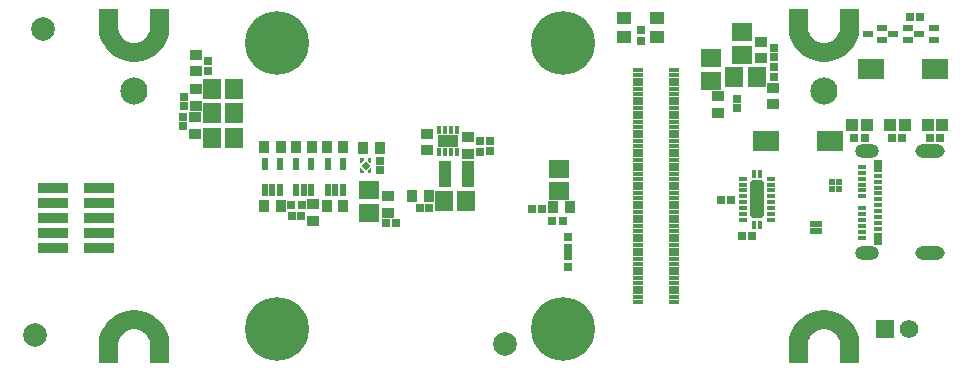
<source format=gbs>
G04*
G04 #@! TF.GenerationSoftware,Altium Limited,Altium Designer,21.2.2 (38)*
G04*
G04 Layer_Color=16711935*
%FSLAX44Y44*%
%MOMM*%
G71*
G04*
G04 #@! TF.SameCoordinates,AE48C8AA-F38C-48B7-832D-B57493388113*
G04*
G04*
G04 #@! TF.FilePolarity,Negative*
G04*
G01*
G75*
%ADD36R,0.6532X0.7532*%
%ADD40R,0.7232X0.7232*%
%ADD41R,1.1032X0.9032*%
%ADD44R,0.9032X1.1032*%
%ADD45R,0.7232X0.7232*%
%ADD47C,2.0000*%
%ADD48R,0.7532X0.6532*%
%ADD52R,2.6032X0.9632*%
%ADD54R,1.5712X1.5712*%
%ADD55C,1.5712*%
%ADD56O,2.0000X1.2000*%
%ADD57O,2.5000X1.2000*%
%ADD58C,2.3032*%
%ADD59C,0.6080*%
%ADD60C,0.6096*%
%ADD97R,0.1500X0.1500*%
%ADD99R,0.1500X0.1500*%
%ADD108R,0.4200X0.6400*%
%ADD109R,1.7400X1.0400*%
%ADD110R,1.0032X2.2032*%
%ADD111R,1.5032X1.7032*%
%ADD112R,1.7032X1.5032*%
%ADD113R,2.2032X1.7032*%
%ADD114R,0.5632X0.5232*%
%ADD115R,1.0032X1.0032*%
%ADD116R,0.9032X0.3832*%
%ADD117R,0.8000X0.4000*%
%ADD118R,0.8000X1.1000*%
%ADD119R,0.9132X0.5032*%
%ADD120R,1.2032X1.1032*%
%ADD121P,0.8202X4X270.0*%
%ADD122R,0.5000X1.0000*%
G04:AMPARAMS|DCode=123|XSize=0.39mm|YSize=0.74mm|CornerRadius=0.095mm|HoleSize=0mm|Usage=FLASHONLY|Rotation=270.000|XOffset=0mm|YOffset=0mm|HoleType=Round|Shape=RoundedRectangle|*
%AMROUNDEDRECTD123*
21,1,0.3900,0.5500,0,0,270.0*
21,1,0.2000,0.7400,0,0,270.0*
1,1,0.1900,-0.2750,-0.1000*
1,1,0.1900,-0.2750,0.1000*
1,1,0.1900,0.2750,0.1000*
1,1,0.1900,0.2750,-0.1000*
%
%ADD123ROUNDEDRECTD123*%
G04:AMPARAMS|DCode=124|XSize=0.39mm|YSize=0.74mm|CornerRadius=0.095mm|HoleSize=0mm|Usage=FLASHONLY|Rotation=0.000|XOffset=0mm|YOffset=0mm|HoleType=Round|Shape=RoundedRectangle|*
%AMROUNDEDRECTD124*
21,1,0.3900,0.5500,0,0,0.0*
21,1,0.2000,0.7400,0,0,0.0*
1,1,0.1900,0.1000,-0.2750*
1,1,0.1900,-0.1000,-0.2750*
1,1,0.1900,-0.1000,0.2750*
1,1,0.1900,0.1000,0.2750*
%
%ADD124ROUNDEDRECTD124*%
G04:AMPARAMS|DCode=125|XSize=1.14mm|YSize=3.14mm|CornerRadius=0.12mm|HoleSize=0mm|Usage=FLASHONLY|Rotation=0.000|XOffset=0mm|YOffset=0mm|HoleType=Round|Shape=RoundedRectangle|*
%AMROUNDEDRECTD125*
21,1,1.1400,2.9000,0,0,0.0*
21,1,0.9000,3.1400,0,0,0.0*
1,1,0.2400,0.4500,-1.4500*
1,1,0.2400,-0.4500,-1.4500*
1,1,0.2400,-0.4500,1.4500*
1,1,0.2400,0.4500,1.4500*
%
%ADD125ROUNDEDRECTD125*%
%ADD126C,5.4000*%
G36*
X-262080Y44915D02*
Y42950D01*
X-262593Y39055D01*
X-263610Y35260D01*
X-265114Y31630D01*
X-267078Y28227D01*
X-269470Y25110D01*
X-272248Y22332D01*
X-275365Y19940D01*
X-278768Y17976D01*
X-282397Y16472D01*
X-286193Y15455D01*
X-290088Y14943D01*
X-294073D01*
X-297968Y15455D01*
X-301763Y16472D01*
X-305393Y17976D01*
X-308796Y19940D01*
X-311913Y22332D01*
X-314691Y25110D01*
X-317083Y28227D01*
X-319047Y31630D01*
X-320551Y35260D01*
X-321567Y39055D01*
X-322080Y42950D01*
Y44915D01*
Y59943D01*
X-305830D01*
Y44943D01*
X-305764Y43595D01*
X-305238Y40951D01*
X-304207Y38461D01*
X-302709Y36220D01*
X-300803Y34314D01*
X-298562Y32816D01*
X-296072Y31785D01*
X-293428Y31259D01*
X-292080Y31193D01*
X-292080D01*
X-290733Y31259D01*
X-288089Y31785D01*
X-285599Y32816D01*
X-283357Y34314D01*
X-281451Y36220D01*
X-279954Y38461D01*
X-278922Y40951D01*
X-278397Y43595D01*
X-278330Y44943D01*
Y59943D01*
X-262080D01*
Y44915D01*
D02*
G37*
G36*
X322080Y44904D02*
Y42940D01*
X321567Y39044D01*
X320551Y35249D01*
X319047Y31619D01*
X317083Y28217D01*
X314691Y25100D01*
X311913Y22322D01*
X308796Y19930D01*
X305393Y17965D01*
X301763Y16462D01*
X297968Y15445D01*
X294073Y14932D01*
X290088D01*
X286192Y15445D01*
X282397Y16462D01*
X278768Y17965D01*
X275365Y19930D01*
X272248Y22322D01*
X269470Y25100D01*
X267078Y28217D01*
X265114Y31619D01*
X263610Y35249D01*
X262593Y39044D01*
X262080Y42940D01*
Y44904D01*
Y59932D01*
X278330D01*
Y44932D01*
X278396Y43584D01*
X278922Y40941D01*
X279954Y38451D01*
X281451Y36209D01*
X283357Y34303D01*
X285599Y32806D01*
X288089Y31774D01*
X290733Y31248D01*
X292080Y31182D01*
X292080D01*
X293428Y31248D01*
X296072Y31774D01*
X298562Y32806D01*
X300803Y34303D01*
X302709Y36209D01*
X304207Y38451D01*
X305238Y40941D01*
X305764Y43584D01*
X305830Y44932D01*
Y59932D01*
X322080D01*
Y44904D01*
D02*
G37*
G36*
X-91649Y-66219D02*
X-91555Y-66247D01*
X-91468Y-66294D01*
X-91392Y-66356D01*
X-91329Y-66432D01*
X-91283Y-66519D01*
X-91254Y-66613D01*
X-91245Y-66712D01*
Y-70311D01*
X-91254Y-70410D01*
X-91283Y-70504D01*
X-91329Y-70591D01*
X-91392Y-70667D01*
X-91468Y-70729D01*
X-91555Y-70776D01*
X-91649Y-70804D01*
X-91747Y-70814D01*
X-92047D01*
X-92047Y-70814D01*
X-92136Y-70805D01*
X-92145Y-70804D01*
X-92239Y-70776D01*
X-92326Y-70729D01*
X-92368Y-70695D01*
X-92402Y-70667D01*
X-92403Y-70667D01*
X-94202Y-68867D01*
X-94265Y-68791D01*
X-94311Y-68704D01*
X-94318Y-68682D01*
X-94340Y-68610D01*
X-94345Y-68561D01*
X-94350Y-68512D01*
X-94350Y-68511D01*
Y-66712D01*
X-94340Y-66613D01*
X-94311Y-66519D01*
X-94265Y-66432D01*
X-94202Y-66356D01*
X-94126Y-66294D01*
X-94039Y-66247D01*
X-93945Y-66219D01*
X-93847Y-66209D01*
X-91747D01*
X-91649Y-66219D01*
D02*
G37*
G36*
X-98149D02*
X-98055Y-66247D01*
X-97968Y-66294D01*
X-97892Y-66356D01*
X-97830Y-66432D01*
X-97783Y-66519D01*
X-97754Y-66613D01*
X-97745Y-66712D01*
Y-68511D01*
X-97745Y-68512D01*
X-97750Y-68561D01*
X-97754Y-68610D01*
X-97776Y-68682D01*
X-97783Y-68704D01*
X-97829Y-68791D01*
X-97892Y-68867D01*
X-99692Y-70667D01*
X-99692Y-70667D01*
X-99726Y-70695D01*
X-99768Y-70729D01*
X-99855Y-70776D01*
X-99949Y-70804D01*
X-99958Y-70805D01*
X-100047Y-70814D01*
X-100048Y-70814D01*
X-100347D01*
X-100445Y-70804D01*
X-100539Y-70776D01*
X-100626Y-70729D01*
X-100702Y-70667D01*
X-100765Y-70591D01*
X-100811Y-70504D01*
X-100840Y-70410D01*
X-100850Y-70311D01*
Y-66712D01*
X-100840Y-66613D01*
X-100811Y-66519D01*
X-100765Y-66432D01*
X-100702Y-66356D01*
X-100626Y-66294D01*
X-100539Y-66247D01*
X-100445Y-66219D01*
X-100347Y-66209D01*
X-98247D01*
X-98149Y-66219D01*
D02*
G37*
G36*
X-91649Y-74819D02*
X-91555Y-74847D01*
X-91468Y-74894D01*
X-91392Y-74956D01*
X-91329Y-75032D01*
X-91283Y-75119D01*
X-91254Y-75213D01*
X-91245Y-75311D01*
Y-78911D01*
X-91254Y-79009D01*
X-91283Y-79104D01*
X-91329Y-79191D01*
X-91392Y-79267D01*
X-91468Y-79329D01*
X-91555Y-79376D01*
X-91649Y-79404D01*
X-91747Y-79414D01*
X-93847D01*
X-93945Y-79404D01*
X-94039Y-79376D01*
X-94126Y-79329D01*
X-94202Y-79267D01*
X-94265Y-79191D01*
X-94311Y-79104D01*
X-94340Y-79009D01*
X-94350Y-78911D01*
Y-77112D01*
X-94350Y-77112D01*
X-94345Y-77063D01*
X-94340Y-77014D01*
X-94318Y-76941D01*
X-94311Y-76919D01*
X-94265Y-76832D01*
X-94234Y-76794D01*
X-94202Y-76756D01*
X-94202Y-76756D01*
X-92402Y-74956D01*
X-92402Y-74956D01*
X-92326Y-74894D01*
X-92239Y-74847D01*
X-92218Y-74841D01*
X-92145Y-74819D01*
X-92047Y-74809D01*
X-91747D01*
X-91649Y-74819D01*
D02*
G37*
G36*
X-99949D02*
X-99877Y-74841D01*
X-99855Y-74847D01*
X-99768Y-74894D01*
X-99692Y-74956D01*
X-99692Y-74956D01*
X-97892Y-76756D01*
X-97892Y-76756D01*
X-97861Y-76794D01*
X-97829Y-76832D01*
X-97783Y-76919D01*
X-97776Y-76941D01*
X-97754Y-77014D01*
X-97750Y-77063D01*
X-97745Y-77112D01*
X-97745Y-77112D01*
Y-78911D01*
X-97754Y-79009D01*
X-97783Y-79104D01*
X-97829Y-79191D01*
X-97892Y-79267D01*
X-97968Y-79329D01*
X-98055Y-79376D01*
X-98149Y-79404D01*
X-98247Y-79414D01*
X-100347D01*
X-100445Y-79404D01*
X-100539Y-79376D01*
X-100626Y-79329D01*
X-100702Y-79267D01*
X-100765Y-79191D01*
X-100811Y-79104D01*
X-100840Y-79009D01*
X-100850Y-78911D01*
Y-75311D01*
X-100840Y-75213D01*
X-100811Y-75119D01*
X-100765Y-75032D01*
X-100702Y-74956D01*
X-100626Y-74894D01*
X-100539Y-74847D01*
X-100445Y-74819D01*
X-100347Y-74809D01*
X-100047D01*
X-99949Y-74819D01*
D02*
G37*
G36*
X-286193Y-195478D02*
X-282397Y-196495D01*
X-278768Y-197998D01*
X-275365Y-199963D01*
X-272248Y-202355D01*
X-269470Y-205133D01*
X-267078Y-208250D01*
X-265114Y-211653D01*
X-263610Y-215282D01*
X-262593Y-219077D01*
X-262080Y-222973D01*
Y-224937D01*
Y-239965D01*
X-278330D01*
Y-224965D01*
X-278397Y-223617D01*
X-278922Y-220974D01*
X-279954Y-218484D01*
X-281451Y-216242D01*
X-283357Y-214336D01*
X-285599Y-212839D01*
X-288089Y-211807D01*
X-290733Y-211281D01*
X-292080Y-211215D01*
X-292080D01*
X-293428Y-211281D01*
X-296072Y-211807D01*
X-298562Y-212839D01*
X-300803Y-214336D01*
X-302709Y-216242D01*
X-304207Y-218484D01*
X-305238Y-220974D01*
X-305764Y-223617D01*
X-305830Y-224965D01*
Y-239965D01*
X-322080D01*
Y-224937D01*
Y-222973D01*
X-321567Y-219077D01*
X-320551Y-215282D01*
X-319047Y-211653D01*
X-317083Y-208250D01*
X-314691Y-205133D01*
X-311913Y-202355D01*
X-308796Y-199963D01*
X-305393Y-197998D01*
X-301763Y-196495D01*
X-297968Y-195478D01*
X-294073Y-194965D01*
X-290088D01*
X-286193Y-195478D01*
D02*
G37*
G36*
X297968Y-195501D02*
X301763Y-196518D01*
X305393Y-198021D01*
X308796Y-199986D01*
X311913Y-202377D01*
X314691Y-205156D01*
X317083Y-208273D01*
X319047Y-211675D01*
X320551Y-215305D01*
X321567Y-219100D01*
X322080Y-222995D01*
Y-224960D01*
Y-239988D01*
X305830D01*
Y-224988D01*
X305764Y-223640D01*
X305238Y-220997D01*
X304207Y-218506D01*
X302709Y-216265D01*
X300803Y-214359D01*
X298562Y-212862D01*
X296072Y-211830D01*
X293428Y-211304D01*
X292080Y-211238D01*
X292080D01*
X290733Y-211304D01*
X288089Y-211830D01*
X285599Y-212862D01*
X283357Y-214359D01*
X281451Y-216265D01*
X279954Y-218506D01*
X278922Y-220997D01*
X278396Y-223640D01*
X278330Y-224988D01*
Y-239988D01*
X262080D01*
Y-224960D01*
Y-222995D01*
X262593Y-219100D01*
X263610Y-215305D01*
X265114Y-211675D01*
X267078Y-208273D01*
X269470Y-205156D01*
X272248Y-202377D01*
X275365Y-199986D01*
X278768Y-198021D01*
X282397Y-196518D01*
X286192Y-195501D01*
X290088Y-194988D01*
X294073D01*
X297968Y-195501D01*
D02*
G37*
D36*
X62041Y-119299D02*
D03*
X71041D02*
D03*
X-150243Y-106236D02*
D03*
X-159242D02*
D03*
X231500Y-132000D02*
D03*
X222500D02*
D03*
X364500Y53000D02*
D03*
X373500D02*
D03*
X381500Y-49000D02*
D03*
X390500D02*
D03*
X349500D02*
D03*
X358500D02*
D03*
X317500D02*
D03*
X326500D02*
D03*
D40*
X-42035Y-108796D02*
D03*
X-50035D02*
D03*
X53166Y-109082D02*
D03*
X45166D02*
D03*
X-150743Y-115055D02*
D03*
X-158743D02*
D03*
X-78477Y-121597D02*
D03*
X-70477D02*
D03*
X205000Y-102000D02*
D03*
X213000D02*
D03*
D41*
X-44101Y-45923D02*
D03*
Y-59923D02*
D03*
X-9084Y-48621D02*
D03*
Y-62621D02*
D03*
X-77428Y-112500D02*
D03*
Y-98500D02*
D03*
X248547Y-6636D02*
D03*
Y-20635D02*
D03*
X239000Y18000D02*
D03*
Y32000D02*
D03*
X202000Y-14000D02*
D03*
Y-28000D02*
D03*
X-140516Y-105226D02*
D03*
Y-119226D02*
D03*
X-239984Y-22162D02*
D03*
Y-8162D02*
D03*
X-240114Y-31896D02*
D03*
Y-45896D02*
D03*
X-240022Y7048D02*
D03*
Y21048D02*
D03*
D44*
X-56625Y-98410D02*
D03*
X-42625D02*
D03*
X76664Y-108202D02*
D03*
X62664D02*
D03*
X-98139Y-57833D02*
D03*
X-84139D02*
D03*
X-168000Y-57000D02*
D03*
X-182000D02*
D03*
X-168000Y-107000D02*
D03*
X-182000D02*
D03*
X-114792Y-57197D02*
D03*
X-128792D02*
D03*
X-114792Y-107197D02*
D03*
X-128792D02*
D03*
X-141390Y-57098D02*
D03*
X-155390D02*
D03*
D45*
X250076Y10401D02*
D03*
Y2401D02*
D03*
X250000Y27000D02*
D03*
Y19000D02*
D03*
X218000Y-16000D02*
D03*
Y-24000D02*
D03*
X-84047Y-68811D02*
D03*
Y-76812D02*
D03*
X-250192Y-14459D02*
D03*
Y-22459D02*
D03*
X-250294Y-39233D02*
D03*
Y-31233D02*
D03*
X-229660Y15561D02*
D03*
Y7561D02*
D03*
D47*
X-369000Y43000D02*
D03*
X22000Y-224000D02*
D03*
X-376000Y-216000D02*
D03*
D48*
X916Y-51871D02*
D03*
Y-60871D02*
D03*
X9672Y-60727D02*
D03*
Y-51727D02*
D03*
X75260Y-149559D02*
D03*
Y-158559D02*
D03*
Y-142398D02*
D03*
Y-133398D02*
D03*
X137000Y42000D02*
D03*
Y33000D02*
D03*
D52*
X-361000Y-142700D02*
D03*
X-322000D02*
D03*
X-361000D02*
D03*
Y-130000D02*
D03*
Y-117300D02*
D03*
Y-104600D02*
D03*
Y-91900D02*
D03*
X-322000Y-142700D02*
D03*
Y-130000D02*
D03*
Y-117300D02*
D03*
Y-104600D02*
D03*
Y-91900D02*
D03*
D54*
X344000Y-211127D02*
D03*
D55*
X364000D02*
D03*
D56*
X328523Y-60590D02*
D03*
Y-146990D02*
D03*
D57*
X382123Y-60590D02*
D03*
Y-146990D02*
D03*
D58*
X292000Y-10000D02*
D03*
X-292000D02*
D03*
D59*
X50250Y-211000D02*
D03*
X91750D02*
D03*
X71000Y-231750D02*
D03*
Y-190250D02*
D03*
X-191750Y-211000D02*
D03*
X-150250D02*
D03*
X-171000Y-231750D02*
D03*
Y-190250D02*
D03*
X-156328Y45672D02*
D03*
X-185672Y16328D02*
D03*
Y45672D02*
D03*
X-156328Y16328D02*
D03*
X85672Y45672D02*
D03*
X56328Y16328D02*
D03*
Y45672D02*
D03*
X85672Y16328D02*
D03*
D60*
X292000Y-202545D02*
D03*
X280750Y-205560D02*
D03*
X272514Y-213795D02*
D03*
X269500Y-225045D02*
D03*
X314500D02*
D03*
X311486Y-213795D02*
D03*
X303250Y-205560D02*
D03*
X-292000Y-202523D02*
D03*
X-280750Y-205537D02*
D03*
X-272514Y-213773D02*
D03*
X-269500Y-225023D02*
D03*
X-314500D02*
D03*
X-311486Y-213773D02*
D03*
X-303250Y-205537D02*
D03*
X292000Y22490D02*
D03*
X280750Y25504D02*
D03*
X272514Y33740D02*
D03*
X269500Y44990D02*
D03*
X314500D02*
D03*
X311486Y33740D02*
D03*
X303250Y25504D02*
D03*
X-303250Y25515D02*
D03*
X-311486Y33750D02*
D03*
X-314500Y45000D02*
D03*
X-269500D02*
D03*
X-272514Y33750D02*
D03*
X-280750Y25515D02*
D03*
X-292000Y22500D02*
D03*
D97*
X-92747Y-67712D02*
D03*
X-99347D02*
D03*
X-92747Y-77912D02*
D03*
D99*
X-99347D02*
D03*
D108*
X-18701Y-61423D02*
D03*
X-23701D02*
D03*
X-28701D02*
D03*
X-33701D02*
D03*
X-18701Y-42423D02*
D03*
X-23701D02*
D03*
X-28701D02*
D03*
X-33701D02*
D03*
D109*
X-26201Y-51923D02*
D03*
D110*
X-29084Y-79621D02*
D03*
X-9084D02*
D03*
D111*
X-29784Y-102698D02*
D03*
X-10784D02*
D03*
X216000Y2000D02*
D03*
X235000D02*
D03*
X-207379Y-7471D02*
D03*
X-226379D02*
D03*
X-207379Y-49207D02*
D03*
X-226379D02*
D03*
X-207379Y-28469D02*
D03*
X-226379D02*
D03*
D112*
X68000Y-94561D02*
D03*
Y-75561D02*
D03*
X-93000Y-93500D02*
D03*
Y-112500D02*
D03*
X196000Y18000D02*
D03*
Y-1000D02*
D03*
X223000Y40000D02*
D03*
Y21000D02*
D03*
D113*
X296724Y-52179D02*
D03*
X242724D02*
D03*
X386000Y9000D02*
D03*
X332000D02*
D03*
D114*
X298977Y-86566D02*
D03*
X304577D02*
D03*
X298977Y-92529D02*
D03*
X304577D02*
D03*
X282394Y-122115D02*
D03*
X287994D02*
D03*
X282394Y-128174D02*
D03*
X287994D02*
D03*
D115*
X379750Y-38000D02*
D03*
X392250D02*
D03*
X347750D02*
D03*
X360250D02*
D03*
X316000D02*
D03*
X328500D02*
D03*
D116*
X134600Y8000D02*
D03*
Y4000D02*
D03*
Y0D02*
D03*
Y-4000D02*
D03*
Y-8000D02*
D03*
Y-12000D02*
D03*
Y-16000D02*
D03*
Y-20000D02*
D03*
Y-24000D02*
D03*
Y-28000D02*
D03*
Y-32000D02*
D03*
Y-36000D02*
D03*
Y-40000D02*
D03*
Y-44000D02*
D03*
Y-48000D02*
D03*
Y-52000D02*
D03*
Y-56000D02*
D03*
Y-60000D02*
D03*
Y-64000D02*
D03*
Y-68000D02*
D03*
Y-72000D02*
D03*
Y-76000D02*
D03*
Y-80000D02*
D03*
Y-84000D02*
D03*
Y-88000D02*
D03*
Y-92000D02*
D03*
Y-96000D02*
D03*
Y-100000D02*
D03*
Y-104000D02*
D03*
Y-108000D02*
D03*
Y-112000D02*
D03*
Y-116000D02*
D03*
Y-120000D02*
D03*
Y-124000D02*
D03*
Y-128000D02*
D03*
Y-132000D02*
D03*
Y-136000D02*
D03*
Y-140000D02*
D03*
Y-144000D02*
D03*
Y-148000D02*
D03*
Y-152000D02*
D03*
Y-156000D02*
D03*
Y-160000D02*
D03*
Y-164000D02*
D03*
Y-168000D02*
D03*
Y-172000D02*
D03*
Y-176000D02*
D03*
Y-180000D02*
D03*
Y-184000D02*
D03*
Y-188000D02*
D03*
X165400Y8000D02*
D03*
Y4000D02*
D03*
Y0D02*
D03*
Y-4000D02*
D03*
Y-8000D02*
D03*
Y-12000D02*
D03*
Y-16000D02*
D03*
Y-20000D02*
D03*
Y-24000D02*
D03*
Y-28000D02*
D03*
Y-32000D02*
D03*
Y-36000D02*
D03*
Y-40000D02*
D03*
Y-44000D02*
D03*
Y-48000D02*
D03*
Y-52000D02*
D03*
Y-56000D02*
D03*
Y-60000D02*
D03*
Y-64000D02*
D03*
Y-68000D02*
D03*
Y-72000D02*
D03*
Y-76000D02*
D03*
Y-80000D02*
D03*
Y-84000D02*
D03*
Y-88000D02*
D03*
Y-92000D02*
D03*
Y-96000D02*
D03*
Y-100000D02*
D03*
Y-104000D02*
D03*
Y-108000D02*
D03*
Y-112000D02*
D03*
Y-116000D02*
D03*
Y-120000D02*
D03*
Y-124000D02*
D03*
Y-128000D02*
D03*
Y-132000D02*
D03*
Y-136000D02*
D03*
Y-140000D02*
D03*
Y-144000D02*
D03*
Y-148000D02*
D03*
Y-152000D02*
D03*
Y-156000D02*
D03*
Y-160000D02*
D03*
Y-164000D02*
D03*
Y-168000D02*
D03*
Y-172000D02*
D03*
Y-176000D02*
D03*
Y-180000D02*
D03*
Y-184000D02*
D03*
Y-188000D02*
D03*
D117*
X337423Y-126290D02*
D03*
Y-121290D02*
D03*
X324423Y-73790D02*
D03*
Y-78790D02*
D03*
Y-83790D02*
D03*
Y-88790D02*
D03*
Y-93790D02*
D03*
Y-98790D02*
D03*
Y-108790D02*
D03*
Y-113790D02*
D03*
Y-118790D02*
D03*
Y-123790D02*
D03*
Y-128790D02*
D03*
Y-133790D02*
D03*
X337423Y-116290D02*
D03*
Y-111290D02*
D03*
Y-106290D02*
D03*
Y-101290D02*
D03*
Y-96290D02*
D03*
Y-91290D02*
D03*
Y-86290D02*
D03*
Y-81290D02*
D03*
D118*
Y-134790D02*
D03*
Y-72790D02*
D03*
D119*
X372900Y39000D02*
D03*
X385100Y34000D02*
D03*
Y44000D02*
D03*
X350900Y39000D02*
D03*
X363100Y34000D02*
D03*
Y44000D02*
D03*
X328900Y39000D02*
D03*
X341100Y34000D02*
D03*
Y44000D02*
D03*
D120*
X151000Y36000D02*
D03*
Y52000D02*
D03*
X123000Y36000D02*
D03*
Y52000D02*
D03*
D121*
X-96047Y-72811D02*
D03*
D122*
X-175000Y-93000D02*
D03*
X-168500D02*
D03*
Y-71000D02*
D03*
X-181500Y-93000D02*
D03*
Y-71000D02*
D03*
X-128292Y-71197D02*
D03*
Y-93197D02*
D03*
X-115292Y-71197D02*
D03*
Y-93197D02*
D03*
X-121792D02*
D03*
X-148390Y-93098D02*
D03*
X-141890D02*
D03*
Y-71098D02*
D03*
X-154890Y-93098D02*
D03*
Y-71098D02*
D03*
D123*
X246846Y-113753D02*
D03*
Y-118753D02*
D03*
Y-93753D02*
D03*
Y-98753D02*
D03*
Y-103753D02*
D03*
Y-108753D02*
D03*
Y-83753D02*
D03*
Y-88753D02*
D03*
X223846Y-83753D02*
D03*
Y-98753D02*
D03*
Y-103753D02*
D03*
Y-118753D02*
D03*
Y-93753D02*
D03*
Y-88753D02*
D03*
Y-113753D02*
D03*
Y-108753D02*
D03*
D124*
X232846Y-122753D02*
D03*
X237846D02*
D03*
Y-79753D02*
D03*
X232846D02*
D03*
D125*
X235346Y-101253D02*
D03*
D126*
X71000Y-211000D02*
D03*
X-171000D02*
D03*
Y31000D02*
D03*
X71000D02*
D03*
M02*

</source>
